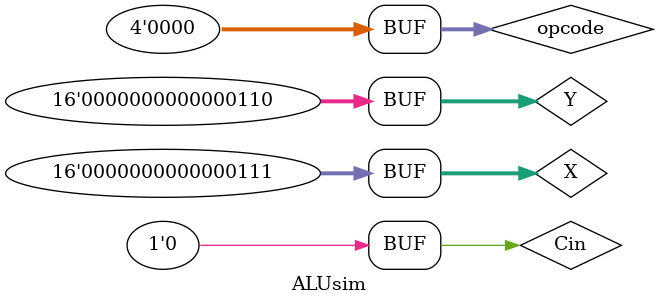
<source format=v>
`timescale 1ns / 1ps


module ALUsim;
reg[3:0] opcode;
reg[15:0] X,Y;
reg Cin;
wire[15:0] out;
wire Cout, lt, eq, gt, V;

alu uut (X,Y,out,Cin,Cout,lt,eq,gt,V,opcode);

initial 
begin
X = 4'h5; //add
Y=4'h5;
Cin=0;
opcode=4'b0010;

#1 X = 4'h3; //subtract
#1 Y = 4'h8;
#1 Cin=0;
#1 opcode=4'b0110;

#2 X = 4'h7; //and
#2 Y = 4'h6;
#2 Cin=0;
#2 opcode=4'b0000;;

end

endmodule

</source>
